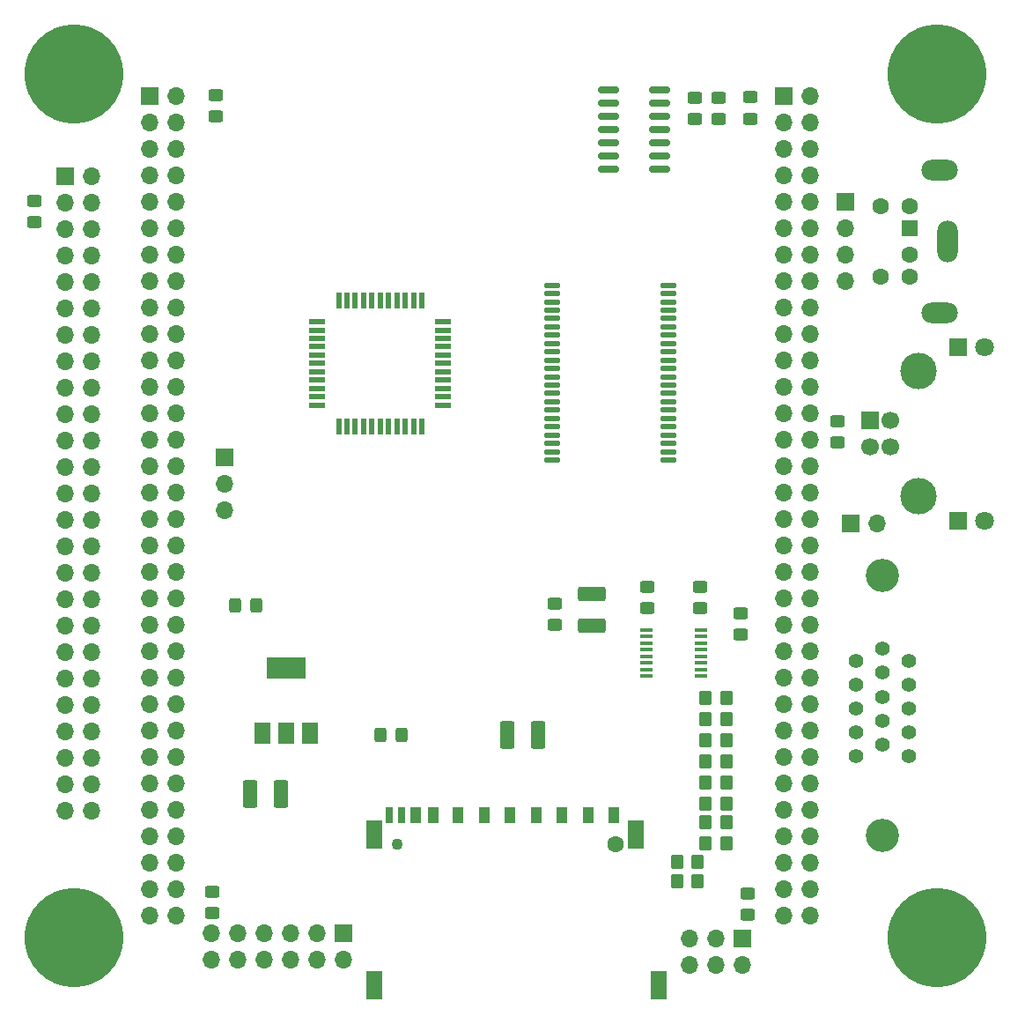
<source format=gts>
G04 #@! TF.GenerationSoftware,KiCad,Pcbnew,(6.0.1)*
G04 #@! TF.CreationDate,2022-08-29T11:25:35-04:00*
G04 #@! TF.ProjectId,RETRO-65C816,52455452-4f2d-4363-9543-3831362e6b69,2*
G04 #@! TF.SameCoordinates,Original*
G04 #@! TF.FileFunction,Soldermask,Top*
G04 #@! TF.FilePolarity,Negative*
%FSLAX46Y46*%
G04 Gerber Fmt 4.6, Leading zero omitted, Abs format (unit mm)*
G04 Created by KiCad (PCBNEW (6.0.1)) date 2022-08-29 11:25:35*
%MOMM*%
%LPD*%
G01*
G04 APERTURE LIST*
G04 Aperture macros list*
%AMRoundRect*
0 Rectangle with rounded corners*
0 $1 Rounding radius*
0 $2 $3 $4 $5 $6 $7 $8 $9 X,Y pos of 4 corners*
0 Add a 4 corners polygon primitive as box body*
4,1,4,$2,$3,$4,$5,$6,$7,$8,$9,$2,$3,0*
0 Add four circle primitives for the rounded corners*
1,1,$1+$1,$2,$3*
1,1,$1+$1,$4,$5*
1,1,$1+$1,$6,$7*
1,1,$1+$1,$8,$9*
0 Add four rect primitives between the rounded corners*
20,1,$1+$1,$2,$3,$4,$5,0*
20,1,$1+$1,$4,$5,$6,$7,0*
20,1,$1+$1,$6,$7,$8,$9,0*
20,1,$1+$1,$8,$9,$2,$3,0*%
G04 Aperture macros list end*
%ADD10C,9.525000*%
%ADD11R,1.500000X2.000000*%
%ADD12R,3.800000X2.000000*%
%ADD13R,1.700000X1.700000*%
%ADD14O,1.700000X1.700000*%
%ADD15RoundRect,0.250000X-0.350000X-0.450000X0.350000X-0.450000X0.350000X0.450000X-0.350000X0.450000X0*%
%ADD16RoundRect,0.250000X0.450000X-0.325000X0.450000X0.325000X-0.450000X0.325000X-0.450000X-0.325000X0*%
%ADD17R,1.600000X1.600000*%
%ADD18C,1.600000*%
%ADD19O,2.000000X4.000000*%
%ADD20O,3.500000X2.000000*%
%ADD21R,1.800000X1.800000*%
%ADD22C,1.800000*%
%ADD23RoundRect,0.250000X-0.450000X0.325000X-0.450000X-0.325000X0.450000X-0.325000X0.450000X0.325000X0*%
%ADD24R,1.200000X0.400000*%
%ADD25C,1.100000*%
%ADD26R,1.000000X1.500000*%
%ADD27R,0.700000X1.500000*%
%ADD28R,1.500000X2.800000*%
%ADD29RoundRect,0.137500X-0.625000X-0.137500X0.625000X-0.137500X0.625000X0.137500X-0.625000X0.137500X0*%
%ADD30RoundRect,0.250000X0.325000X0.450000X-0.325000X0.450000X-0.325000X-0.450000X0.325000X-0.450000X0*%
%ADD31RoundRect,0.250001X-0.462499X-1.074999X0.462499X-1.074999X0.462499X1.074999X-0.462499X1.074999X0*%
%ADD32RoundRect,0.250001X0.462499X1.074999X-0.462499X1.074999X-0.462499X-1.074999X0.462499X-1.074999X0*%
%ADD33C,3.200000*%
%ADD34C,1.397000*%
%ADD35RoundRect,0.250001X-1.074999X0.462499X-1.074999X-0.462499X1.074999X-0.462499X1.074999X0.462499X0*%
%ADD36C,1.700000*%
%ADD37C,3.500000*%
%ADD38RoundRect,0.150000X-0.825000X-0.150000X0.825000X-0.150000X0.825000X0.150000X-0.825000X0.150000X0*%
%ADD39R,0.520000X1.500000*%
%ADD40R,1.500000X0.520000*%
G04 APERTURE END LIST*
D10*
X16000000Y-16000000D03*
X99000000Y-16000000D03*
X16000000Y-99000000D03*
X99000000Y-99000000D03*
D11*
X34123600Y-79375400D03*
X36423600Y-79375400D03*
X38723600Y-79375400D03*
D12*
X36423600Y-73075400D03*
D13*
X90678000Y-59182000D03*
D14*
X93218000Y-59182000D03*
D15*
X76724000Y-80010000D03*
X78724000Y-80010000D03*
X76724000Y-75946000D03*
X78724000Y-75946000D03*
X76724000Y-86106000D03*
X78724000Y-86106000D03*
X76724000Y-82042000D03*
X78724000Y-82042000D03*
X76724000Y-89916000D03*
X78724000Y-89916000D03*
X76724000Y-87884000D03*
X78724000Y-87884000D03*
D16*
X75692000Y-20329000D03*
X75692000Y-18279000D03*
X77978000Y-20329000D03*
X77978000Y-18279000D03*
D13*
X90200000Y-28300000D03*
D14*
X90200000Y-30840000D03*
X90200000Y-33380000D03*
X90200000Y-35920000D03*
D17*
X96400000Y-30800000D03*
D18*
X96400000Y-33400000D03*
X96400000Y-28700000D03*
X96400000Y-35500000D03*
X93600000Y-28700000D03*
X93600000Y-35500000D03*
D19*
X100050000Y-32100000D03*
D20*
X99250000Y-25250000D03*
X99250000Y-38950000D03*
D13*
X84250000Y-18166000D03*
D14*
X86790000Y-18166000D03*
X84250000Y-20706000D03*
X86790000Y-20706000D03*
X84250000Y-23246000D03*
X86790000Y-23246000D03*
X84250000Y-25786000D03*
X86790000Y-25786000D03*
X84250000Y-28326000D03*
X86790000Y-28326000D03*
X84250000Y-30866000D03*
X86790000Y-30866000D03*
X84250000Y-33406000D03*
X86790000Y-33406000D03*
X84250000Y-35946000D03*
X86790000Y-35946000D03*
X84250000Y-38486000D03*
X86790000Y-38486000D03*
X84250000Y-41026000D03*
X86790000Y-41026000D03*
X84250000Y-43566000D03*
X86790000Y-43566000D03*
X84250000Y-46106000D03*
X86790000Y-46106000D03*
X84250000Y-48646000D03*
X86790000Y-48646000D03*
X84250000Y-51186000D03*
X86790000Y-51186000D03*
X84250000Y-53726000D03*
X86790000Y-53726000D03*
X84250000Y-56266000D03*
X86790000Y-56266000D03*
X84250000Y-58806000D03*
X86790000Y-58806000D03*
X84250000Y-61346000D03*
X86790000Y-61346000D03*
X84250000Y-63886000D03*
X86790000Y-63886000D03*
X84250000Y-66426000D03*
X86790000Y-66426000D03*
X84250000Y-68966000D03*
X86790000Y-68966000D03*
X84250000Y-71506000D03*
X86790000Y-71506000D03*
X84250000Y-74046000D03*
X86790000Y-74046000D03*
X84250000Y-76586000D03*
X86790000Y-76586000D03*
X84250000Y-79126000D03*
X86790000Y-79126000D03*
X84250000Y-81666000D03*
X86790000Y-81666000D03*
X84250000Y-84206000D03*
X86790000Y-84206000D03*
X84250000Y-86746000D03*
X86790000Y-86746000D03*
X84250000Y-89286000D03*
X86790000Y-89286000D03*
X84250000Y-91826000D03*
X86790000Y-91826000D03*
X84250000Y-94366000D03*
X86790000Y-94366000D03*
X84250000Y-96906000D03*
X86790000Y-96906000D03*
D13*
X23310000Y-18166000D03*
D14*
X25850000Y-18166000D03*
X23310000Y-20706000D03*
X25850000Y-20706000D03*
X23310000Y-23246000D03*
X25850000Y-23246000D03*
X23310000Y-25786000D03*
X25850000Y-25786000D03*
X23310000Y-28326000D03*
X25850000Y-28326000D03*
X23310000Y-30866000D03*
X25850000Y-30866000D03*
X23310000Y-33406000D03*
X25850000Y-33406000D03*
X23310000Y-35946000D03*
X25850000Y-35946000D03*
X23310000Y-38486000D03*
X25850000Y-38486000D03*
X23310000Y-41026000D03*
X25850000Y-41026000D03*
X23310000Y-43566000D03*
X25850000Y-43566000D03*
X23310000Y-46106000D03*
X25850000Y-46106000D03*
X23310000Y-48646000D03*
X25850000Y-48646000D03*
X23310000Y-51186000D03*
X25850000Y-51186000D03*
X23310000Y-53726000D03*
X25850000Y-53726000D03*
X23310000Y-56266000D03*
X25850000Y-56266000D03*
X23310000Y-58806000D03*
X25850000Y-58806000D03*
X23310000Y-61346000D03*
X25850000Y-61346000D03*
X23310000Y-63886000D03*
X25850000Y-63886000D03*
X23310000Y-66426000D03*
X25850000Y-66426000D03*
X23310000Y-68966000D03*
X25850000Y-68966000D03*
X23310000Y-71506000D03*
X25850000Y-71506000D03*
X23310000Y-74046000D03*
X25850000Y-74046000D03*
X23310000Y-76586000D03*
X25850000Y-76586000D03*
X23310000Y-79126000D03*
X25850000Y-79126000D03*
X23310000Y-81666000D03*
X25850000Y-81666000D03*
X23310000Y-84206000D03*
X25850000Y-84206000D03*
X23310000Y-86746000D03*
X25850000Y-86746000D03*
X23310000Y-89286000D03*
X25850000Y-89286000D03*
X23310000Y-91826000D03*
X25850000Y-91826000D03*
X23310000Y-94366000D03*
X25850000Y-94366000D03*
X23310000Y-96906000D03*
X25850000Y-96906000D03*
D21*
X101015800Y-42291000D03*
D22*
X103555800Y-42291000D03*
D16*
X80137000Y-69859000D03*
X80137000Y-67809000D03*
D23*
X71120000Y-65269000D03*
X71120000Y-67319000D03*
X76200000Y-65269000D03*
X76200000Y-67319000D03*
D24*
X76260000Y-73850500D03*
X76260000Y-73215500D03*
X76260000Y-72580500D03*
X76260000Y-71945500D03*
X76260000Y-71310500D03*
X76260000Y-70675500D03*
X76260000Y-70040500D03*
X76260000Y-69405500D03*
X71060000Y-69405500D03*
X71060000Y-70040500D03*
X71060000Y-70675500D03*
X71060000Y-71310500D03*
X71060000Y-71945500D03*
X71060000Y-72580500D03*
X71060000Y-73215500D03*
X71060000Y-73850500D03*
D25*
X47079000Y-90043000D03*
D18*
X68079000Y-90043000D03*
D26*
X65459000Y-87243000D03*
X62959000Y-87243000D03*
X60459000Y-87243000D03*
X57959000Y-87243000D03*
X55459000Y-87243000D03*
X52959000Y-87243000D03*
X50539000Y-87243000D03*
X48839000Y-87243000D03*
X67959000Y-87243000D03*
D27*
X47499000Y-87243000D03*
X46359000Y-87243000D03*
D28*
X70029000Y-89043000D03*
X44929000Y-89043000D03*
X44929000Y-103543000D03*
X72229000Y-103543000D03*
D13*
X15140000Y-25800000D03*
D14*
X17680000Y-25800000D03*
X15140000Y-28340000D03*
X17680000Y-28340000D03*
X15140000Y-30880000D03*
X17680000Y-30880000D03*
X15140000Y-33420000D03*
X17680000Y-33420000D03*
X15140000Y-35960000D03*
X17680000Y-35960000D03*
X15140000Y-38500000D03*
X17680000Y-38500000D03*
X15140000Y-41040000D03*
X17680000Y-41040000D03*
X15140000Y-43580000D03*
X17680000Y-43580000D03*
X15140000Y-46120000D03*
X17680000Y-46120000D03*
X15140000Y-48660000D03*
X17680000Y-48660000D03*
X15140000Y-51200000D03*
X17680000Y-51200000D03*
X15140000Y-53740000D03*
X17680000Y-53740000D03*
X15140000Y-56280000D03*
X17680000Y-56280000D03*
X15140000Y-58820000D03*
X17680000Y-58820000D03*
X15140000Y-61360000D03*
X17680000Y-61360000D03*
X15140000Y-63900000D03*
X17680000Y-63900000D03*
X15140000Y-66440000D03*
X17680000Y-66440000D03*
X15140000Y-68980000D03*
X17680000Y-68980000D03*
X15140000Y-71520000D03*
X17680000Y-71520000D03*
X15140000Y-74060000D03*
X17680000Y-74060000D03*
X15140000Y-76600000D03*
X17680000Y-76600000D03*
X15140000Y-79140000D03*
X17680000Y-79140000D03*
X15140000Y-81680000D03*
X17680000Y-81680000D03*
X15140000Y-84220000D03*
X17680000Y-84220000D03*
X15140000Y-86760000D03*
X17680000Y-86760000D03*
D16*
X29286200Y-96605200D03*
X29286200Y-94555200D03*
X80772000Y-96783000D03*
X80772000Y-94733000D03*
D23*
X12242800Y-28185000D03*
X12242800Y-30235000D03*
D16*
X81000600Y-20303600D03*
X81000600Y-18253600D03*
X29667200Y-20100400D03*
X29667200Y-18050400D03*
D13*
X30480000Y-52832000D03*
D14*
X30480000Y-55372000D03*
X30480000Y-57912000D03*
D16*
X62230000Y-68970000D03*
X62230000Y-66920000D03*
D23*
X89458800Y-49368600D03*
X89458800Y-51418600D03*
D29*
X61976500Y-36304000D03*
X61976500Y-37104000D03*
X61976500Y-37904000D03*
X61976500Y-38704000D03*
X61976500Y-39504000D03*
X61976500Y-40304000D03*
X61976500Y-41104000D03*
X61976500Y-41904000D03*
X61976500Y-42704000D03*
X61976500Y-43504000D03*
X61976500Y-44304000D03*
X61976500Y-45104000D03*
X61976500Y-45904000D03*
X61976500Y-46704000D03*
X61976500Y-47504000D03*
X61976500Y-48304000D03*
X61976500Y-49104000D03*
X61976500Y-49904000D03*
X61976500Y-50704000D03*
X61976500Y-51504000D03*
X61976500Y-52304000D03*
X61976500Y-53104000D03*
X73151500Y-53104000D03*
X73151500Y-52304000D03*
X73151500Y-51504000D03*
X73151500Y-50704000D03*
X73151500Y-49904000D03*
X73151500Y-49104000D03*
X73151500Y-48304000D03*
X73151500Y-47504000D03*
X73151500Y-46704000D03*
X73151500Y-45904000D03*
X73151500Y-45104000D03*
X73151500Y-44304000D03*
X73151500Y-43504000D03*
X73151500Y-42704000D03*
X73151500Y-41904000D03*
X73151500Y-41104000D03*
X73151500Y-40304000D03*
X73151500Y-39504000D03*
X73151500Y-38704000D03*
X73151500Y-37904000D03*
X73151500Y-37104000D03*
X73151500Y-36304000D03*
D30*
X47507000Y-79502000D03*
X45457000Y-79502000D03*
D31*
X57694500Y-79502000D03*
X60669500Y-79502000D03*
D30*
X33537000Y-67056000D03*
X31487000Y-67056000D03*
D32*
X35904500Y-85191600D03*
X32929500Y-85191600D03*
D13*
X41910000Y-98552000D03*
D14*
X41910000Y-101092000D03*
X39370000Y-98552000D03*
X39370000Y-101092000D03*
X36830000Y-98552000D03*
X36830000Y-101092000D03*
X34290000Y-98552000D03*
X34290000Y-101092000D03*
X31750000Y-98552000D03*
X31750000Y-101092000D03*
X29210000Y-98552000D03*
X29210000Y-101092000D03*
D33*
X93779340Y-64213740D03*
X93779340Y-89202260D03*
D34*
X91239340Y-72397620D03*
X91239340Y-74688700D03*
X91239340Y-76974700D03*
X91239340Y-79268320D03*
X91239340Y-81556860D03*
X93779340Y-71252080D03*
X93779340Y-73543160D03*
X93779340Y-75834240D03*
X93779340Y-78122780D03*
X93779340Y-80413860D03*
X96319340Y-72397620D03*
X96319340Y-74688700D03*
X96316800Y-76977240D03*
X96319340Y-79268320D03*
X96319340Y-81556860D03*
D13*
X80249000Y-99055000D03*
D14*
X80249000Y-101595000D03*
X77709000Y-99055000D03*
X77709000Y-101595000D03*
X75169000Y-99055000D03*
X75169000Y-101595000D03*
D35*
X65786000Y-66000300D03*
X65786000Y-68975300D03*
D13*
X92532200Y-49326800D03*
D36*
X92532200Y-51826800D03*
X94532200Y-51826800D03*
X94532200Y-49326800D03*
D37*
X97242200Y-56596800D03*
X97242200Y-44556800D03*
D21*
X100990400Y-58953400D03*
D22*
X103530400Y-58953400D03*
D15*
X76724000Y-77978000D03*
X78724000Y-77978000D03*
X76724000Y-84074000D03*
X78724000Y-84074000D03*
X73980800Y-91744800D03*
X75980800Y-91744800D03*
D38*
X67375000Y-17526000D03*
X67375000Y-18796000D03*
X67375000Y-20066000D03*
X67375000Y-21336000D03*
X67375000Y-22606000D03*
X67375000Y-23876000D03*
X67375000Y-25146000D03*
X72325000Y-25146000D03*
X72325000Y-23876000D03*
X72325000Y-22606000D03*
X72325000Y-21336000D03*
X72325000Y-20066000D03*
X72325000Y-18796000D03*
X72325000Y-17526000D03*
D39*
X49466000Y-37765000D03*
X48666000Y-37765000D03*
X47866000Y-37765000D03*
X47066000Y-37765000D03*
X46266000Y-37765000D03*
X45466000Y-37765000D03*
X44666000Y-37765000D03*
X43866000Y-37765000D03*
X43066000Y-37765000D03*
X42266000Y-37765000D03*
X41466000Y-37765000D03*
D40*
X39416000Y-39815000D03*
X39416000Y-40615000D03*
X39416000Y-41415000D03*
X39416000Y-42215000D03*
X39416000Y-43015000D03*
X39416000Y-43815000D03*
X39416000Y-44615000D03*
X39416000Y-45415000D03*
X39416000Y-46215000D03*
X39416000Y-47015000D03*
X39416000Y-47815000D03*
D39*
X41466000Y-49865000D03*
X42266000Y-49865000D03*
X43066000Y-49865000D03*
X43866000Y-49865000D03*
X44666000Y-49865000D03*
X45466000Y-49865000D03*
X46266000Y-49865000D03*
X47066000Y-49865000D03*
X47866000Y-49865000D03*
X48666000Y-49865000D03*
X49466000Y-49865000D03*
D40*
X51516000Y-47815000D03*
X51516000Y-47015000D03*
X51516000Y-46215000D03*
X51516000Y-45415000D03*
X51516000Y-44615000D03*
X51516000Y-43815000D03*
X51516000Y-43015000D03*
X51516000Y-42215000D03*
X51516000Y-41415000D03*
X51516000Y-40615000D03*
X51516000Y-39815000D03*
D15*
X73980800Y-93599000D03*
X75980800Y-93599000D03*
M02*

</source>
